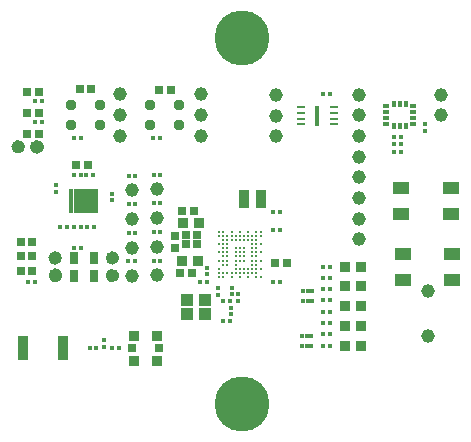
<source format=gts>
G04*
G04 #@! TF.GenerationSoftware,Altium Limited,Altium Designer,24.5.2 (23)*
G04*
G04 Layer_Color=8388736*
%FSLAX44Y44*%
%MOMM*%
G71*
G04*
G04 #@! TF.SameCoordinates,341C2CF7-429B-42C7-B8C7-4B7D01239ABD*
G04*
G04*
G04 #@! TF.FilePolarity,Negative*
G04*
G01*
G75*
%ADD35R,0.7112X0.2540*%
%ADD36R,0.3048X1.7018*%
%ADD39C,0.6096*%
G04:AMPARAMS|DCode=40|XSize=0.3859mm|YSize=0.3859mm|CornerRadius=0.193mm|HoleSize=0mm|Usage=FLASHONLY|Rotation=180.000|XOffset=0mm|YOffset=0mm|HoleType=Round|Shape=RoundedRectangle|*
%AMROUNDEDRECTD40*
21,1,0.3859,0.0000,0,0,180.0*
21,1,0.0000,0.3859,0,0,180.0*
1,1,0.3859,0.0000,0.0000*
1,1,0.3859,0.0000,0.0000*
1,1,0.3859,0.0000,0.0000*
1,1,0.3859,0.0000,0.0000*
%
%ADD40ROUNDEDRECTD40*%
%ADD41R,1.3520X1.1020*%
%ADD42R,0.4220X0.4520*%
%ADD43C,1.1520*%
%ADD44R,0.9520X2.0020*%
%ADD45R,0.4520X0.4220*%
%ADD46R,0.9520X0.9020*%
%ADD47R,0.7320X0.6520*%
%ADD48R,0.7520X0.6520*%
%ADD49C,0.3520*%
%ADD50R,0.8020X1.0020*%
%ADD51R,1.1020X1.0020*%
%ADD52R,0.3000X0.4500*%
%ADD53R,0.9140X0.9648*%
%ADD54C,0.2700*%
%ADD55R,0.6520X0.7520*%
%ADD56R,0.9020X0.9520*%
%ADD57R,0.9020X1.5520*%
%ADD58C,0.9520*%
%ADD59R,0.6270X0.4020*%
%ADD60R,0.4020X0.6270*%
%ADD61C,1.1720*%
%ADD62C,4.6520*%
D35*
X249039Y287968D02*
D03*
Y282968D02*
D03*
Y277968D02*
D03*
Y272968D02*
D03*
X276979D02*
D03*
Y277968D02*
D03*
Y282968D02*
D03*
Y287968D02*
D03*
D36*
X263009Y280468D02*
D03*
D39*
X44304Y145508D02*
G03*
X44304Y145508I-2794J0D01*
G01*
Y144949D02*
G03*
X44304Y144949I-2794J0D01*
G01*
X44054Y159953D02*
G03*
X44054Y159953I-2794J0D01*
G01*
X92569Y159978D02*
G03*
X92569Y159978I-2794J0D01*
G01*
X92544Y145000D02*
G03*
X92544Y145000I-2794J0D01*
G01*
X12745Y254000D02*
G03*
X12745Y254000I-2794J0D01*
G01*
X28443D02*
G03*
X28443Y254000I-2794J0D01*
G01*
X29002D02*
G03*
X29002Y254000I-2794J0D01*
G01*
D40*
X55057Y216965D02*
D03*
X58558D02*
D03*
X62058D02*
D03*
X65558D02*
D03*
X69058D02*
D03*
X72558D02*
D03*
X76058D02*
D03*
X55057Y213465D02*
D03*
X58558D02*
D03*
X62058D02*
D03*
X65558D02*
D03*
X69058D02*
D03*
X72558D02*
D03*
X76058D02*
D03*
X55057Y209965D02*
D03*
X58558D02*
D03*
X62058D02*
D03*
X65558D02*
D03*
X69058D02*
D03*
X72558D02*
D03*
X76058D02*
D03*
X55057Y206465D02*
D03*
X58558D02*
D03*
X62058D02*
D03*
X65558D02*
D03*
X69058D02*
D03*
X72558D02*
D03*
X76058D02*
D03*
X55057Y202965D02*
D03*
X58558D02*
D03*
X62058D02*
D03*
X65558D02*
D03*
X69058D02*
D03*
X72558D02*
D03*
X76058D02*
D03*
X55057Y199464D02*
D03*
X58558D02*
D03*
X62058D02*
D03*
X65558D02*
D03*
X69058D02*
D03*
X72558D02*
D03*
X76058D02*
D03*
D41*
X335500Y141500D02*
D03*
Y163000D02*
D03*
X377500Y141500D02*
D03*
Y163000D02*
D03*
X334500Y197250D02*
D03*
Y218750D02*
D03*
X376500Y197250D02*
D03*
Y218750D02*
D03*
D42*
X23850Y139750D02*
D03*
X18150D02*
D03*
X130325Y229975D02*
D03*
X124625D02*
D03*
X130325Y206225D02*
D03*
X124625D02*
D03*
X130325Y181725D02*
D03*
X124625D02*
D03*
X130325Y157725D02*
D03*
X124625D02*
D03*
X109100Y181000D02*
D03*
X103400D02*
D03*
X109100Y205500D02*
D03*
X103400D02*
D03*
X109100Y229250D02*
D03*
X103400D02*
D03*
X108950Y157000D02*
D03*
X103250D02*
D03*
X76236Y83250D02*
D03*
X70536D02*
D03*
X89387Y83250D02*
D03*
X95087D02*
D03*
X57150Y168750D02*
D03*
X62850D02*
D03*
X164240Y139900D02*
D03*
X169940D02*
D03*
X183567Y106462D02*
D03*
X189266D02*
D03*
X183706Y123766D02*
D03*
X189406D02*
D03*
X268150Y123893D02*
D03*
X273850D02*
D03*
X268150Y133428D02*
D03*
X273850D02*
D03*
X225840Y139750D02*
D03*
X231540D02*
D03*
X268150Y152500D02*
D03*
X273850D02*
D03*
X268150Y142964D02*
D03*
X273850D02*
D03*
X62758Y185715D02*
D03*
X57058D02*
D03*
X68208D02*
D03*
X73908D02*
D03*
X51408Y185715D02*
D03*
X45708D02*
D03*
X129850Y261250D02*
D03*
X124150D02*
D03*
X67708Y230465D02*
D03*
X73408D02*
D03*
X231540Y183500D02*
D03*
X225840D02*
D03*
X231540Y198500D02*
D03*
X225840D02*
D03*
X333850Y250000D02*
D03*
X328150D02*
D03*
X333850Y256250D02*
D03*
X328150D02*
D03*
X333850Y262500D02*
D03*
X328150D02*
D03*
X267900Y298500D02*
D03*
X273600D02*
D03*
X273850Y85750D02*
D03*
X268150D02*
D03*
X268150Y95286D02*
D03*
X273850D02*
D03*
Y104821D02*
D03*
X268150D02*
D03*
X273850Y114357D02*
D03*
X268150D02*
D03*
X24250Y274998D02*
D03*
X29950D02*
D03*
X24250Y292998D02*
D03*
X29950D02*
D03*
X63100Y230500D02*
D03*
X57400D02*
D03*
X63100Y261250D02*
D03*
X57400D02*
D03*
D43*
X127475Y217975D02*
D03*
Y193975D02*
D03*
Y169475D02*
D03*
Y145725D02*
D03*
X106500Y193250D02*
D03*
X106250Y217250D02*
D03*
X106000Y145000D02*
D03*
Y168750D02*
D03*
X164590Y263000D02*
D03*
Y280750D02*
D03*
X96500Y263000D02*
D03*
Y280750D02*
D03*
Y298500D02*
D03*
X164590D02*
D03*
X228250Y263000D02*
D03*
X298440Y228250D02*
D03*
Y193250D02*
D03*
Y175750D02*
D03*
Y210750D02*
D03*
Y245750D02*
D03*
X298440Y263250D02*
D03*
X228250Y280500D02*
D03*
Y298250D02*
D03*
X298440Y280750D02*
D03*
X368000D02*
D03*
X298440Y298250D02*
D03*
X368000D02*
D03*
D44*
X14000Y83250D02*
D03*
X48000D02*
D03*
D45*
X82728Y84682D02*
D03*
Y90382D02*
D03*
X179190Y128400D02*
D03*
Y134100D02*
D03*
X190566Y117866D02*
D03*
X190566Y112166D02*
D03*
X196440Y123650D02*
D03*
Y129350D02*
D03*
X190691Y134849D02*
D03*
X190691Y129149D02*
D03*
X89808Y214315D02*
D03*
Y208615D02*
D03*
X354500Y267400D02*
D03*
Y273100D02*
D03*
X170245Y151806D02*
D03*
Y146106D02*
D03*
X41789Y221701D02*
D03*
Y216001D02*
D03*
D46*
X127250Y93500D02*
D03*
Y73000D02*
D03*
X108250D02*
D03*
Y93500D02*
D03*
D47*
X129350Y83250D02*
D03*
X106150D02*
D03*
D48*
X22000Y149250D02*
D03*
X12000D02*
D03*
X22000Y161500D02*
D03*
X12000D02*
D03*
X237440Y155250D02*
D03*
X227440D02*
D03*
X22000Y173500D02*
D03*
X12000D02*
D03*
X161690Y179750D02*
D03*
X151690D02*
D03*
X148440Y199750D02*
D03*
X158440D02*
D03*
X58750Y238250D02*
D03*
X68750D02*
D03*
X139190Y302250D02*
D03*
X129190D02*
D03*
X71940Y303000D02*
D03*
X61940D02*
D03*
X157328Y147183D02*
D03*
X147328D02*
D03*
X161690Y171636D02*
D03*
X151690D02*
D03*
X27750Y282748D02*
D03*
X17750D02*
D03*
X27750Y300750D02*
D03*
X17750D02*
D03*
X27750Y265000D02*
D03*
X17750D02*
D03*
D49*
X41510Y148607D02*
D03*
Y141850D02*
D03*
X41260Y163103D02*
D03*
Y156854D02*
D03*
X86626Y159978D02*
D03*
X92874D02*
D03*
X89750Y141850D02*
D03*
Y148099D02*
D03*
X6802Y254000D02*
D03*
X13050D02*
D03*
X22550D02*
D03*
X29306D02*
D03*
D50*
X74000Y144500D02*
D03*
X57500D02*
D03*
Y160000D02*
D03*
X74000D02*
D03*
D51*
X153275Y112487D02*
D03*
Y123987D02*
D03*
X167775Y112487D02*
D03*
Y123987D02*
D03*
D52*
X258500Y123250D02*
D03*
X255000D02*
D03*
X251500D02*
D03*
X258500Y131750D02*
D03*
X255000D02*
D03*
X251500D02*
D03*
X250625Y93750D02*
D03*
X254125D02*
D03*
X257625D02*
D03*
X250625Y85250D02*
D03*
X254125D02*
D03*
X257625D02*
D03*
D53*
X300611Y152500D02*
D03*
X286641D02*
D03*
X300611Y85750D02*
D03*
X286641D02*
D03*
X300611Y102437D02*
D03*
X286641D02*
D03*
X300611Y119125D02*
D03*
X286641D02*
D03*
X300611Y135813D02*
D03*
X286641D02*
D03*
D54*
X208190Y178750D02*
D03*
Y171750D02*
D03*
Y168250D02*
D03*
Y164750D02*
D03*
Y161250D02*
D03*
Y157750D02*
D03*
Y154250D02*
D03*
Y150750D02*
D03*
Y147250D02*
D03*
X215190Y182250D02*
D03*
Y178750D02*
D03*
Y171750D02*
D03*
Y164750D02*
D03*
Y157750D02*
D03*
Y150750D02*
D03*
Y143750D02*
D03*
X211690Y178750D02*
D03*
Y175250D02*
D03*
Y171750D02*
D03*
Y168250D02*
D03*
Y164750D02*
D03*
Y161250D02*
D03*
Y157750D02*
D03*
Y154250D02*
D03*
Y150750D02*
D03*
Y147250D02*
D03*
Y143750D02*
D03*
X204690Y182250D02*
D03*
Y178750D02*
D03*
Y175250D02*
D03*
Y150750D02*
D03*
Y147250D02*
D03*
Y143750D02*
D03*
X201190Y178750D02*
D03*
Y175250D02*
D03*
Y168250D02*
D03*
Y164750D02*
D03*
Y161250D02*
D03*
Y157750D02*
D03*
Y150750D02*
D03*
Y147250D02*
D03*
X197690Y182250D02*
D03*
Y178750D02*
D03*
Y175250D02*
D03*
Y168250D02*
D03*
Y164750D02*
D03*
Y161250D02*
D03*
Y157750D02*
D03*
Y150750D02*
D03*
Y147250D02*
D03*
Y143750D02*
D03*
X194190Y178750D02*
D03*
Y175250D02*
D03*
Y168250D02*
D03*
Y164750D02*
D03*
Y161250D02*
D03*
Y157750D02*
D03*
Y150750D02*
D03*
Y147250D02*
D03*
X190690Y182250D02*
D03*
Y178750D02*
D03*
Y175250D02*
D03*
X194190Y154250D02*
D03*
X190690Y147250D02*
D03*
Y143750D02*
D03*
X187190Y178750D02*
D03*
Y175250D02*
D03*
Y171750D02*
D03*
Y168250D02*
D03*
Y164750D02*
D03*
Y161250D02*
D03*
Y157750D02*
D03*
Y154250D02*
D03*
Y147250D02*
D03*
X183690Y182250D02*
D03*
Y178750D02*
D03*
Y175250D02*
D03*
Y171750D02*
D03*
Y168250D02*
D03*
Y164750D02*
D03*
Y161250D02*
D03*
Y157750D02*
D03*
Y154250D02*
D03*
Y147250D02*
D03*
Y143750D02*
D03*
X180190Y182250D02*
D03*
Y178750D02*
D03*
Y171750D02*
D03*
Y164750D02*
D03*
Y157750D02*
D03*
Y150750D02*
D03*
Y147250D02*
D03*
Y143750D02*
D03*
X208190Y175250D02*
D03*
X211690Y182250D02*
D03*
D55*
X142690Y178500D02*
D03*
Y168500D02*
D03*
D56*
X163440Y189750D02*
D03*
X149940D02*
D03*
X162190Y157250D02*
D03*
X148690D02*
D03*
D57*
X201500Y209500D02*
D03*
X216000D02*
D03*
D58*
X146390Y289500D02*
D03*
X121790D02*
D03*
Y272500D02*
D03*
X146390D02*
D03*
X79190Y289500D02*
D03*
X54590D02*
D03*
Y272500D02*
D03*
X79190D02*
D03*
D59*
X321370Y288250D02*
D03*
Y283250D02*
D03*
Y278250D02*
D03*
Y273250D02*
D03*
X344620D02*
D03*
Y278250D02*
D03*
Y283250D02*
D03*
Y288250D02*
D03*
D60*
X328000Y271620D02*
D03*
X333000D02*
D03*
X338000D02*
D03*
Y289880D02*
D03*
X333000D02*
D03*
X328000D02*
D03*
D61*
X356640Y94150D02*
D03*
Y132250D02*
D03*
D62*
X199782Y346261D02*
D03*
Y36261D02*
D03*
M02*

</source>
